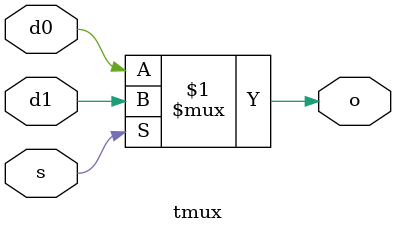
<source format=sv>
`timescale 1ns / 1ps


module tmux(
    input logic d0,d1,s,
    output logic o
    );
    
    assign o = s ? d1:d0;
endmodule

</source>
